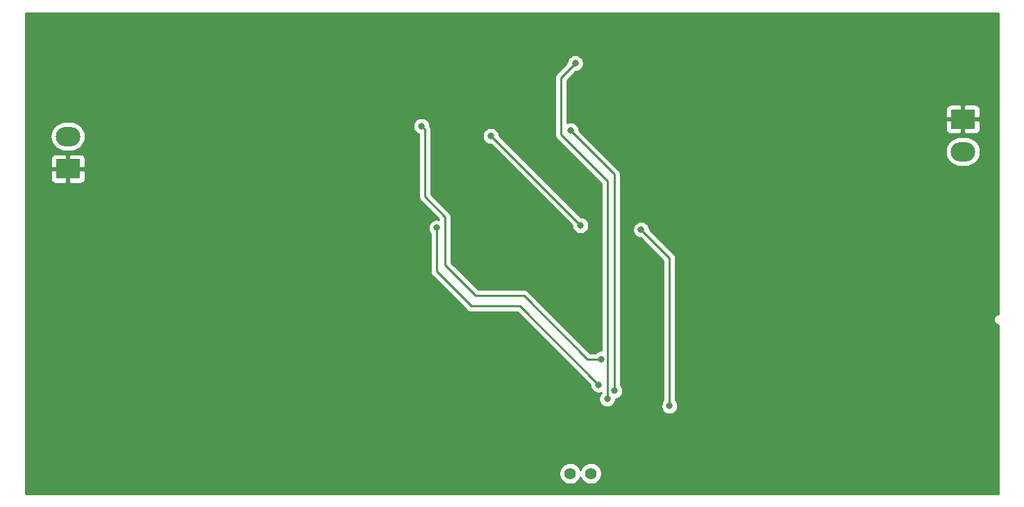
<source format=gbr>
G04 #@! TF.GenerationSoftware,KiCad,Pcbnew,(5.1.0-0)*
G04 #@! TF.CreationDate,2019-05-04T19:02:41+01:00*
G04 #@! TF.ProjectId,LTC3780,4c544333-3738-4302-9e6b-696361645f70,rev?*
G04 #@! TF.SameCoordinates,Original*
G04 #@! TF.FileFunction,Copper,L2,Bot*
G04 #@! TF.FilePolarity,Positive*
%FSLAX46Y46*%
G04 Gerber Fmt 4.6, Leading zero omitted, Abs format (unit mm)*
G04 Created by KiCad (PCBNEW (5.1.0-0)) date 2019-05-04 19:02:41*
%MOMM*%
%LPD*%
G04 APERTURE LIST*
%ADD10C,1.400000*%
%ADD11R,3.000000X2.350000*%
%ADD12O,3.000000X2.350000*%
%ADD13C,2.200000*%
%ADD14C,0.800000*%
%ADD15C,0.250000*%
%ADD16C,0.254000*%
G04 APERTURE END LIST*
D10*
X178181000Y-103852980D03*
X175641000Y-103852980D03*
D11*
X114396520Y-66667380D03*
D12*
X114396520Y-62707380D03*
D11*
X223537780Y-60609480D03*
D12*
X223537780Y-64569480D03*
D13*
X210637120Y-56032400D03*
X131292600Y-77744320D03*
D14*
X177784760Y-93118940D03*
X167779700Y-100535740D03*
X167543480Y-97571560D03*
X164429440Y-88582500D03*
X163906200Y-92415360D03*
X169560240Y-86507320D03*
X193837560Y-93761560D03*
X193802000Y-96895920D03*
X197815200Y-95351600D03*
X162681920Y-98008440D03*
X199151240Y-60446920D03*
X200764140Y-60515500D03*
X202377040Y-60540900D03*
X184617360Y-93741240D03*
X178465480Y-81968340D03*
X173448980Y-84190840D03*
X174017940Y-79496920D03*
X172676820Y-79512160D03*
X171383960Y-79512160D03*
X170045380Y-79547720D03*
X168821100Y-79562960D03*
X174066200Y-78290420D03*
X174101760Y-77081380D03*
X174083980Y-75826620D03*
X174083980Y-74569320D03*
X163908740Y-79547720D03*
X167627300Y-79532480D03*
X166453820Y-79532480D03*
X165229540Y-79547720D03*
X168341040Y-78455520D03*
X191239140Y-91059000D03*
X192740280Y-89677240D03*
X191297560Y-92417900D03*
X182727600Y-99341940D03*
X178714400Y-98320860D03*
X121947940Y-69029580D03*
X123758960Y-69057520D03*
X125562360Y-69088000D03*
X176905920Y-73568560D03*
X165963600Y-62677040D03*
X187759340Y-95603060D03*
X184302400Y-74107040D03*
X157520640Y-61452760D03*
X179438300Y-89893140D03*
X179105419Y-93019739D03*
X159354520Y-73870820D03*
X175707040Y-61991240D03*
X181058820Y-93759020D03*
X176281080Y-53784500D03*
X180169820Y-94749620D03*
D15*
X166014400Y-62677040D02*
X165963600Y-62677040D01*
X176905920Y-73568560D02*
X166014400Y-62677040D01*
X187759340Y-77563980D02*
X184302400Y-74107040D01*
X187759340Y-95603060D02*
X187759340Y-77563980D01*
X157920639Y-61852759D02*
X157920639Y-70067119D01*
X157520640Y-61452760D02*
X157920639Y-61852759D01*
X177746660Y-89893140D02*
X179438300Y-89893140D01*
X170009820Y-82156300D02*
X164099240Y-82156300D01*
X170009820Y-82156300D02*
X177746660Y-89893140D01*
X164099240Y-82156300D02*
X160384490Y-78441550D01*
X160384490Y-78441550D02*
X160384490Y-72530970D01*
X157920639Y-70067119D02*
X160384490Y-72530970D01*
X163576000Y-83428840D02*
X159354520Y-79207360D01*
X169514520Y-83428840D02*
X163576000Y-83428840D01*
X179105419Y-93019739D02*
X169514520Y-83428840D01*
X159354520Y-79207360D02*
X159354520Y-74436505D01*
X159354520Y-74436505D02*
X159354520Y-73870820D01*
X181058820Y-93193335D02*
X181058820Y-93759020D01*
X175707040Y-61991240D02*
X181058820Y-67343020D01*
X181058820Y-67343020D02*
X181058820Y-93193335D01*
X176281080Y-53784500D02*
X174531020Y-55534560D01*
X180169820Y-68158360D02*
X180169820Y-94183935D01*
X174531020Y-62519560D02*
X180169820Y-68158360D01*
X174531020Y-55534560D02*
X174531020Y-62519560D01*
X180169820Y-94183935D02*
X180169820Y-94749620D01*
D16*
G36*
X227899601Y-84402845D02*
G01*
X227784818Y-84414150D01*
X227660408Y-84451890D01*
X227545751Y-84513175D01*
X227445253Y-84595652D01*
X227362775Y-84696150D01*
X227301490Y-84810807D01*
X227263750Y-84935217D01*
X227254200Y-85032181D01*
X227254200Y-85122418D01*
X227263750Y-85219382D01*
X227301490Y-85343792D01*
X227362775Y-85458449D01*
X227445252Y-85558948D01*
X227545750Y-85641425D01*
X227660407Y-85702710D01*
X227784817Y-85740450D01*
X227899601Y-85751755D01*
X227899601Y-106355400D01*
X109219600Y-106355400D01*
X109219600Y-103721494D01*
X174306000Y-103721494D01*
X174306000Y-103984466D01*
X174357304Y-104242385D01*
X174457939Y-104485339D01*
X174604038Y-104703993D01*
X174789987Y-104889942D01*
X175008641Y-105036041D01*
X175251595Y-105136676D01*
X175509514Y-105187980D01*
X175772486Y-105187980D01*
X176030405Y-105136676D01*
X176273359Y-105036041D01*
X176492013Y-104889942D01*
X176677962Y-104703993D01*
X176824061Y-104485339D01*
X176911000Y-104275450D01*
X176997939Y-104485339D01*
X177144038Y-104703993D01*
X177329987Y-104889942D01*
X177548641Y-105036041D01*
X177791595Y-105136676D01*
X178049514Y-105187980D01*
X178312486Y-105187980D01*
X178570405Y-105136676D01*
X178813359Y-105036041D01*
X179032013Y-104889942D01*
X179217962Y-104703993D01*
X179364061Y-104485339D01*
X179464696Y-104242385D01*
X179516000Y-103984466D01*
X179516000Y-103721494D01*
X179464696Y-103463575D01*
X179364061Y-103220621D01*
X179217962Y-103001967D01*
X179032013Y-102816018D01*
X178813359Y-102669919D01*
X178570405Y-102569284D01*
X178312486Y-102517980D01*
X178049514Y-102517980D01*
X177791595Y-102569284D01*
X177548641Y-102669919D01*
X177329987Y-102816018D01*
X177144038Y-103001967D01*
X176997939Y-103220621D01*
X176911000Y-103430510D01*
X176824061Y-103220621D01*
X176677962Y-103001967D01*
X176492013Y-102816018D01*
X176273359Y-102669919D01*
X176030405Y-102569284D01*
X175772486Y-102517980D01*
X175509514Y-102517980D01*
X175251595Y-102569284D01*
X175008641Y-102669919D01*
X174789987Y-102816018D01*
X174604038Y-103001967D01*
X174457939Y-103220621D01*
X174357304Y-103463575D01*
X174306000Y-103721494D01*
X109219600Y-103721494D01*
X109219600Y-67842380D01*
X112258448Y-67842380D01*
X112270708Y-67966862D01*
X112307018Y-68086560D01*
X112365983Y-68196874D01*
X112445335Y-68293565D01*
X112542026Y-68372917D01*
X112652340Y-68431882D01*
X112772038Y-68468192D01*
X112896520Y-68480452D01*
X114110770Y-68477380D01*
X114269520Y-68318630D01*
X114269520Y-66794380D01*
X114523520Y-66794380D01*
X114523520Y-68318630D01*
X114682270Y-68477380D01*
X115896520Y-68480452D01*
X116021002Y-68468192D01*
X116140700Y-68431882D01*
X116251014Y-68372917D01*
X116347705Y-68293565D01*
X116427057Y-68196874D01*
X116486022Y-68086560D01*
X116522332Y-67966862D01*
X116534592Y-67842380D01*
X116531520Y-66953130D01*
X116372770Y-66794380D01*
X114523520Y-66794380D01*
X114269520Y-66794380D01*
X112420270Y-66794380D01*
X112261520Y-66953130D01*
X112258448Y-67842380D01*
X109219600Y-67842380D01*
X109219600Y-65492380D01*
X112258448Y-65492380D01*
X112261520Y-66381630D01*
X112420270Y-66540380D01*
X114269520Y-66540380D01*
X114269520Y-65016130D01*
X114523520Y-65016130D01*
X114523520Y-66540380D01*
X116372770Y-66540380D01*
X116531520Y-66381630D01*
X116534592Y-65492380D01*
X116522332Y-65367898D01*
X116486022Y-65248200D01*
X116427057Y-65137886D01*
X116347705Y-65041195D01*
X116251014Y-64961843D01*
X116140700Y-64902878D01*
X116021002Y-64866568D01*
X115896520Y-64854308D01*
X114682270Y-64857380D01*
X114523520Y-65016130D01*
X114269520Y-65016130D01*
X114110770Y-64857380D01*
X112896520Y-64854308D01*
X112772038Y-64866568D01*
X112652340Y-64902878D01*
X112542026Y-64961843D01*
X112445335Y-65041195D01*
X112365983Y-65137886D01*
X112307018Y-65248200D01*
X112270708Y-65367898D01*
X112258448Y-65492380D01*
X109219600Y-65492380D01*
X109219600Y-62707380D01*
X112252763Y-62707380D01*
X112287710Y-63062202D01*
X112391208Y-63403388D01*
X112559279Y-63717827D01*
X112785465Y-63993435D01*
X113061073Y-64219621D01*
X113375512Y-64387692D01*
X113716698Y-64491190D01*
X113982609Y-64517380D01*
X114810431Y-64517380D01*
X115076342Y-64491190D01*
X115417528Y-64387692D01*
X115731967Y-64219621D01*
X116007575Y-63993435D01*
X116233761Y-63717827D01*
X116401832Y-63403388D01*
X116505330Y-63062202D01*
X116540277Y-62707380D01*
X116505330Y-62352558D01*
X116401832Y-62011372D01*
X116233761Y-61696933D01*
X116007575Y-61421325D01*
X115921666Y-61350821D01*
X156485640Y-61350821D01*
X156485640Y-61554699D01*
X156525414Y-61754658D01*
X156603435Y-61943016D01*
X156716703Y-62112534D01*
X156860866Y-62256697D01*
X157030384Y-62369965D01*
X157160639Y-62423919D01*
X157160640Y-70029787D01*
X157156963Y-70067119D01*
X157171637Y-70216104D01*
X157215093Y-70359365D01*
X157285665Y-70491395D01*
X157356840Y-70578121D01*
X157380639Y-70607120D01*
X157409637Y-70630918D01*
X159624491Y-72845774D01*
X159624491Y-72869243D01*
X159456459Y-72835820D01*
X159252581Y-72835820D01*
X159052622Y-72875594D01*
X158864264Y-72953615D01*
X158694746Y-73066883D01*
X158550583Y-73211046D01*
X158437315Y-73380564D01*
X158359294Y-73568922D01*
X158319520Y-73768881D01*
X158319520Y-73972759D01*
X158359294Y-74172718D01*
X158437315Y-74361076D01*
X158550583Y-74530594D01*
X158594521Y-74574532D01*
X158594520Y-79170037D01*
X158590844Y-79207360D01*
X158594520Y-79244682D01*
X158594520Y-79244692D01*
X158605517Y-79356345D01*
X158648974Y-79499606D01*
X158719546Y-79631636D01*
X158759391Y-79680186D01*
X158814519Y-79747361D01*
X158843523Y-79771164D01*
X163012200Y-83939842D01*
X163035999Y-83968841D01*
X163151724Y-84063814D01*
X163283753Y-84134386D01*
X163427014Y-84177843D01*
X163538667Y-84188840D01*
X163538676Y-84188840D01*
X163575999Y-84192516D01*
X163613322Y-84188840D01*
X169199719Y-84188840D01*
X178070419Y-93059542D01*
X178070419Y-93121678D01*
X178110193Y-93321637D01*
X178188214Y-93509995D01*
X178301482Y-93679513D01*
X178445645Y-93823676D01*
X178615163Y-93936944D01*
X178803521Y-94014965D01*
X179003480Y-94054739D01*
X179207358Y-94054739D01*
X179407317Y-94014965D01*
X179409821Y-94013928D01*
X179409821Y-94045908D01*
X179365883Y-94089846D01*
X179252615Y-94259364D01*
X179174594Y-94447722D01*
X179134820Y-94647681D01*
X179134820Y-94851559D01*
X179174594Y-95051518D01*
X179252615Y-95239876D01*
X179365883Y-95409394D01*
X179510046Y-95553557D01*
X179679564Y-95666825D01*
X179867922Y-95744846D01*
X180067881Y-95784620D01*
X180271759Y-95784620D01*
X180471718Y-95744846D01*
X180660076Y-95666825D01*
X180829594Y-95553557D01*
X180973757Y-95409394D01*
X181087025Y-95239876D01*
X181165046Y-95051518D01*
X181204820Y-94851559D01*
X181204820Y-94785256D01*
X181360718Y-94754246D01*
X181549076Y-94676225D01*
X181718594Y-94562957D01*
X181862757Y-94418794D01*
X181976025Y-94249276D01*
X182054046Y-94060918D01*
X182093820Y-93860959D01*
X182093820Y-93657081D01*
X182054046Y-93457122D01*
X181976025Y-93268764D01*
X181862757Y-93099246D01*
X181818820Y-93055309D01*
X181818820Y-74005101D01*
X183267400Y-74005101D01*
X183267400Y-74208979D01*
X183307174Y-74408938D01*
X183385195Y-74597296D01*
X183498463Y-74766814D01*
X183642626Y-74910977D01*
X183812144Y-75024245D01*
X184000502Y-75102266D01*
X184200461Y-75142040D01*
X184262599Y-75142040D01*
X186999341Y-77878784D01*
X186999340Y-94899349D01*
X186955403Y-94943286D01*
X186842135Y-95112804D01*
X186764114Y-95301162D01*
X186724340Y-95501121D01*
X186724340Y-95704999D01*
X186764114Y-95904958D01*
X186842135Y-96093316D01*
X186955403Y-96262834D01*
X187099566Y-96406997D01*
X187269084Y-96520265D01*
X187457442Y-96598286D01*
X187657401Y-96638060D01*
X187861279Y-96638060D01*
X188061238Y-96598286D01*
X188249596Y-96520265D01*
X188419114Y-96406997D01*
X188563277Y-96262834D01*
X188676545Y-96093316D01*
X188754566Y-95904958D01*
X188794340Y-95704999D01*
X188794340Y-95501121D01*
X188754566Y-95301162D01*
X188676545Y-95112804D01*
X188563277Y-94943286D01*
X188519340Y-94899349D01*
X188519340Y-77601302D01*
X188523016Y-77563979D01*
X188519340Y-77526656D01*
X188519340Y-77526647D01*
X188508343Y-77414994D01*
X188464886Y-77271733D01*
X188394314Y-77139704D01*
X188381151Y-77123665D01*
X188323139Y-77052976D01*
X188323135Y-77052972D01*
X188299341Y-77023979D01*
X188270348Y-77000185D01*
X185337400Y-74067239D01*
X185337400Y-74005101D01*
X185297626Y-73805142D01*
X185219605Y-73616784D01*
X185106337Y-73447266D01*
X184962174Y-73303103D01*
X184792656Y-73189835D01*
X184604298Y-73111814D01*
X184404339Y-73072040D01*
X184200461Y-73072040D01*
X184000502Y-73111814D01*
X183812144Y-73189835D01*
X183642626Y-73303103D01*
X183498463Y-73447266D01*
X183385195Y-73616784D01*
X183307174Y-73805142D01*
X183267400Y-74005101D01*
X181818820Y-74005101D01*
X181818820Y-67380343D01*
X181822496Y-67343020D01*
X181818820Y-67305697D01*
X181818820Y-67305687D01*
X181807823Y-67194034D01*
X181764366Y-67050773D01*
X181693794Y-66918744D01*
X181598821Y-66803019D01*
X181569824Y-66779222D01*
X179360082Y-64569480D01*
X221394023Y-64569480D01*
X221428970Y-64924302D01*
X221532468Y-65265488D01*
X221700539Y-65579927D01*
X221926725Y-65855535D01*
X222202333Y-66081721D01*
X222516772Y-66249792D01*
X222857958Y-66353290D01*
X223123869Y-66379480D01*
X223951691Y-66379480D01*
X224217602Y-66353290D01*
X224558788Y-66249792D01*
X224873227Y-66081721D01*
X225148835Y-65855535D01*
X225375021Y-65579927D01*
X225543092Y-65265488D01*
X225646590Y-64924302D01*
X225681537Y-64569480D01*
X225646590Y-64214658D01*
X225543092Y-63873472D01*
X225375021Y-63559033D01*
X225148835Y-63283425D01*
X224873227Y-63057239D01*
X224558788Y-62889168D01*
X224217602Y-62785670D01*
X223951691Y-62759480D01*
X223123869Y-62759480D01*
X222857958Y-62785670D01*
X222516772Y-62889168D01*
X222202333Y-63057239D01*
X221926725Y-63283425D01*
X221700539Y-63559033D01*
X221532468Y-63873472D01*
X221428970Y-64214658D01*
X221394023Y-64569480D01*
X179360082Y-64569480D01*
X176742040Y-61951439D01*
X176742040Y-61889301D01*
X176721190Y-61784480D01*
X221399708Y-61784480D01*
X221411968Y-61908962D01*
X221448278Y-62028660D01*
X221507243Y-62138974D01*
X221586595Y-62235665D01*
X221683286Y-62315017D01*
X221793600Y-62373982D01*
X221913298Y-62410292D01*
X222037780Y-62422552D01*
X223252030Y-62419480D01*
X223410780Y-62260730D01*
X223410780Y-60736480D01*
X223664780Y-60736480D01*
X223664780Y-62260730D01*
X223823530Y-62419480D01*
X225037780Y-62422552D01*
X225162262Y-62410292D01*
X225281960Y-62373982D01*
X225392274Y-62315017D01*
X225488965Y-62235665D01*
X225568317Y-62138974D01*
X225627282Y-62028660D01*
X225663592Y-61908962D01*
X225675852Y-61784480D01*
X225672780Y-60895230D01*
X225514030Y-60736480D01*
X223664780Y-60736480D01*
X223410780Y-60736480D01*
X221561530Y-60736480D01*
X221402780Y-60895230D01*
X221399708Y-61784480D01*
X176721190Y-61784480D01*
X176702266Y-61689342D01*
X176624245Y-61500984D01*
X176510977Y-61331466D01*
X176366814Y-61187303D01*
X176197296Y-61074035D01*
X176008938Y-60996014D01*
X175808979Y-60956240D01*
X175605101Y-60956240D01*
X175405142Y-60996014D01*
X175291020Y-61043285D01*
X175291020Y-59434480D01*
X221399708Y-59434480D01*
X221402780Y-60323730D01*
X221561530Y-60482480D01*
X223410780Y-60482480D01*
X223410780Y-58958230D01*
X223664780Y-58958230D01*
X223664780Y-60482480D01*
X225514030Y-60482480D01*
X225672780Y-60323730D01*
X225675852Y-59434480D01*
X225663592Y-59309998D01*
X225627282Y-59190300D01*
X225568317Y-59079986D01*
X225488965Y-58983295D01*
X225392274Y-58903943D01*
X225281960Y-58844978D01*
X225162262Y-58808668D01*
X225037780Y-58796408D01*
X223823530Y-58799480D01*
X223664780Y-58958230D01*
X223410780Y-58958230D01*
X223252030Y-58799480D01*
X222037780Y-58796408D01*
X221913298Y-58808668D01*
X221793600Y-58844978D01*
X221683286Y-58903943D01*
X221586595Y-58983295D01*
X221507243Y-59079986D01*
X221448278Y-59190300D01*
X221411968Y-59309998D01*
X221399708Y-59434480D01*
X175291020Y-59434480D01*
X175291020Y-55849361D01*
X176320882Y-54819500D01*
X176383019Y-54819500D01*
X176582978Y-54779726D01*
X176771336Y-54701705D01*
X176940854Y-54588437D01*
X177085017Y-54444274D01*
X177198285Y-54274756D01*
X177276306Y-54086398D01*
X177316080Y-53886439D01*
X177316080Y-53682561D01*
X177276306Y-53482602D01*
X177198285Y-53294244D01*
X177085017Y-53124726D01*
X176940854Y-52980563D01*
X176771336Y-52867295D01*
X176582978Y-52789274D01*
X176383019Y-52749500D01*
X176179141Y-52749500D01*
X175979182Y-52789274D01*
X175790824Y-52867295D01*
X175621306Y-52980563D01*
X175477143Y-53124726D01*
X175363875Y-53294244D01*
X175285854Y-53482602D01*
X175246080Y-53682561D01*
X175246080Y-53744698D01*
X174020023Y-54970756D01*
X173991019Y-54994559D01*
X173935891Y-55061734D01*
X173896046Y-55110284D01*
X173825475Y-55242313D01*
X173825474Y-55242314D01*
X173782017Y-55385575D01*
X173771020Y-55497228D01*
X173771020Y-55497238D01*
X173767344Y-55534560D01*
X173771020Y-55571883D01*
X173771021Y-62482228D01*
X173767344Y-62519560D01*
X173771021Y-62556893D01*
X173776886Y-62616435D01*
X173782018Y-62668545D01*
X173825474Y-62811806D01*
X173896046Y-62943836D01*
X173963674Y-63026240D01*
X173991020Y-63059561D01*
X174020018Y-63083359D01*
X179409820Y-68473163D01*
X179409821Y-88858140D01*
X179336361Y-88858140D01*
X179136402Y-88897914D01*
X178948044Y-88975935D01*
X178778526Y-89089203D01*
X178734589Y-89133140D01*
X178061462Y-89133140D01*
X170573624Y-81645303D01*
X170549821Y-81616299D01*
X170434096Y-81521326D01*
X170302067Y-81450754D01*
X170158806Y-81407297D01*
X170047153Y-81396300D01*
X170047142Y-81396300D01*
X170009820Y-81392624D01*
X169972498Y-81396300D01*
X164414042Y-81396300D01*
X161144490Y-78126749D01*
X161144490Y-72568292D01*
X161148166Y-72530969D01*
X161144490Y-72493646D01*
X161144490Y-72493637D01*
X161133493Y-72381984D01*
X161090036Y-72238723D01*
X161019464Y-72106694D01*
X161006301Y-72090655D01*
X160948289Y-72019966D01*
X160948285Y-72019962D01*
X160924491Y-71990969D01*
X160895498Y-71967175D01*
X158680639Y-69752318D01*
X158680639Y-62575101D01*
X164928600Y-62575101D01*
X164928600Y-62778979D01*
X164968374Y-62978938D01*
X165046395Y-63167296D01*
X165159663Y-63336814D01*
X165303826Y-63480977D01*
X165473344Y-63594245D01*
X165661702Y-63672266D01*
X165861661Y-63712040D01*
X165974599Y-63712040D01*
X175870920Y-73608362D01*
X175870920Y-73670499D01*
X175910694Y-73870458D01*
X175988715Y-74058816D01*
X176101983Y-74228334D01*
X176246146Y-74372497D01*
X176415664Y-74485765D01*
X176604022Y-74563786D01*
X176803981Y-74603560D01*
X177007859Y-74603560D01*
X177207818Y-74563786D01*
X177396176Y-74485765D01*
X177565694Y-74372497D01*
X177709857Y-74228334D01*
X177823125Y-74058816D01*
X177901146Y-73870458D01*
X177940920Y-73670499D01*
X177940920Y-73466621D01*
X177901146Y-73266662D01*
X177823125Y-73078304D01*
X177709857Y-72908786D01*
X177565694Y-72764623D01*
X177396176Y-72651355D01*
X177207818Y-72573334D01*
X177007859Y-72533560D01*
X176945722Y-72533560D01*
X166998600Y-62586439D01*
X166998600Y-62575101D01*
X166958826Y-62375142D01*
X166880805Y-62186784D01*
X166767537Y-62017266D01*
X166623374Y-61873103D01*
X166453856Y-61759835D01*
X166265498Y-61681814D01*
X166065539Y-61642040D01*
X165861661Y-61642040D01*
X165661702Y-61681814D01*
X165473344Y-61759835D01*
X165303826Y-61873103D01*
X165159663Y-62017266D01*
X165046395Y-62186784D01*
X164968374Y-62375142D01*
X164928600Y-62575101D01*
X158680639Y-62575101D01*
X158680639Y-61890081D01*
X158684315Y-61852758D01*
X158680639Y-61815436D01*
X158680639Y-61815426D01*
X158669642Y-61703773D01*
X158626185Y-61560512D01*
X158555640Y-61428534D01*
X158555640Y-61350821D01*
X158515866Y-61150862D01*
X158437845Y-60962504D01*
X158324577Y-60792986D01*
X158180414Y-60648823D01*
X158010896Y-60535555D01*
X157822538Y-60457534D01*
X157622579Y-60417760D01*
X157418701Y-60417760D01*
X157218742Y-60457534D01*
X157030384Y-60535555D01*
X156860866Y-60648823D01*
X156716703Y-60792986D01*
X156603435Y-60962504D01*
X156525414Y-61150862D01*
X156485640Y-61350821D01*
X115921666Y-61350821D01*
X115731967Y-61195139D01*
X115417528Y-61027068D01*
X115076342Y-60923570D01*
X114810431Y-60897380D01*
X113982609Y-60897380D01*
X113716698Y-60923570D01*
X113375512Y-61027068D01*
X113061073Y-61195139D01*
X112785465Y-61421325D01*
X112559279Y-61696933D01*
X112391208Y-62011372D01*
X112287710Y-62352558D01*
X112252763Y-62707380D01*
X109219600Y-62707380D01*
X109219600Y-47675400D01*
X227899600Y-47675400D01*
X227899601Y-84402845D01*
X227899601Y-84402845D01*
G37*
X227899601Y-84402845D02*
X227784818Y-84414150D01*
X227660408Y-84451890D01*
X227545751Y-84513175D01*
X227445253Y-84595652D01*
X227362775Y-84696150D01*
X227301490Y-84810807D01*
X227263750Y-84935217D01*
X227254200Y-85032181D01*
X227254200Y-85122418D01*
X227263750Y-85219382D01*
X227301490Y-85343792D01*
X227362775Y-85458449D01*
X227445252Y-85558948D01*
X227545750Y-85641425D01*
X227660407Y-85702710D01*
X227784817Y-85740450D01*
X227899601Y-85751755D01*
X227899601Y-106355400D01*
X109219600Y-106355400D01*
X109219600Y-103721494D01*
X174306000Y-103721494D01*
X174306000Y-103984466D01*
X174357304Y-104242385D01*
X174457939Y-104485339D01*
X174604038Y-104703993D01*
X174789987Y-104889942D01*
X175008641Y-105036041D01*
X175251595Y-105136676D01*
X175509514Y-105187980D01*
X175772486Y-105187980D01*
X176030405Y-105136676D01*
X176273359Y-105036041D01*
X176492013Y-104889942D01*
X176677962Y-104703993D01*
X176824061Y-104485339D01*
X176911000Y-104275450D01*
X176997939Y-104485339D01*
X177144038Y-104703993D01*
X177329987Y-104889942D01*
X177548641Y-105036041D01*
X177791595Y-105136676D01*
X178049514Y-105187980D01*
X178312486Y-105187980D01*
X178570405Y-105136676D01*
X178813359Y-105036041D01*
X179032013Y-104889942D01*
X179217962Y-104703993D01*
X179364061Y-104485339D01*
X179464696Y-104242385D01*
X179516000Y-103984466D01*
X179516000Y-103721494D01*
X179464696Y-103463575D01*
X179364061Y-103220621D01*
X179217962Y-103001967D01*
X179032013Y-102816018D01*
X178813359Y-102669919D01*
X178570405Y-102569284D01*
X178312486Y-102517980D01*
X178049514Y-102517980D01*
X177791595Y-102569284D01*
X177548641Y-102669919D01*
X177329987Y-102816018D01*
X177144038Y-103001967D01*
X176997939Y-103220621D01*
X176911000Y-103430510D01*
X176824061Y-103220621D01*
X176677962Y-103001967D01*
X176492013Y-102816018D01*
X176273359Y-102669919D01*
X176030405Y-102569284D01*
X175772486Y-102517980D01*
X175509514Y-102517980D01*
X175251595Y-102569284D01*
X175008641Y-102669919D01*
X174789987Y-102816018D01*
X174604038Y-103001967D01*
X174457939Y-103220621D01*
X174357304Y-103463575D01*
X174306000Y-103721494D01*
X109219600Y-103721494D01*
X109219600Y-67842380D01*
X112258448Y-67842380D01*
X112270708Y-67966862D01*
X112307018Y-68086560D01*
X112365983Y-68196874D01*
X112445335Y-68293565D01*
X112542026Y-68372917D01*
X112652340Y-68431882D01*
X112772038Y-68468192D01*
X112896520Y-68480452D01*
X114110770Y-68477380D01*
X114269520Y-68318630D01*
X114269520Y-66794380D01*
X114523520Y-66794380D01*
X114523520Y-68318630D01*
X114682270Y-68477380D01*
X115896520Y-68480452D01*
X116021002Y-68468192D01*
X116140700Y-68431882D01*
X116251014Y-68372917D01*
X116347705Y-68293565D01*
X116427057Y-68196874D01*
X116486022Y-68086560D01*
X116522332Y-67966862D01*
X116534592Y-67842380D01*
X116531520Y-66953130D01*
X116372770Y-66794380D01*
X114523520Y-66794380D01*
X114269520Y-66794380D01*
X112420270Y-66794380D01*
X112261520Y-66953130D01*
X112258448Y-67842380D01*
X109219600Y-67842380D01*
X109219600Y-65492380D01*
X112258448Y-65492380D01*
X112261520Y-66381630D01*
X112420270Y-66540380D01*
X114269520Y-66540380D01*
X114269520Y-65016130D01*
X114523520Y-65016130D01*
X114523520Y-66540380D01*
X116372770Y-66540380D01*
X116531520Y-66381630D01*
X116534592Y-65492380D01*
X116522332Y-65367898D01*
X116486022Y-65248200D01*
X116427057Y-65137886D01*
X116347705Y-65041195D01*
X116251014Y-64961843D01*
X116140700Y-64902878D01*
X116021002Y-64866568D01*
X115896520Y-64854308D01*
X114682270Y-64857380D01*
X114523520Y-65016130D01*
X114269520Y-65016130D01*
X114110770Y-64857380D01*
X112896520Y-64854308D01*
X112772038Y-64866568D01*
X112652340Y-64902878D01*
X112542026Y-64961843D01*
X112445335Y-65041195D01*
X112365983Y-65137886D01*
X112307018Y-65248200D01*
X112270708Y-65367898D01*
X112258448Y-65492380D01*
X109219600Y-65492380D01*
X109219600Y-62707380D01*
X112252763Y-62707380D01*
X112287710Y-63062202D01*
X112391208Y-63403388D01*
X112559279Y-63717827D01*
X112785465Y-63993435D01*
X113061073Y-64219621D01*
X113375512Y-64387692D01*
X113716698Y-64491190D01*
X113982609Y-64517380D01*
X114810431Y-64517380D01*
X115076342Y-64491190D01*
X115417528Y-64387692D01*
X115731967Y-64219621D01*
X116007575Y-63993435D01*
X116233761Y-63717827D01*
X116401832Y-63403388D01*
X116505330Y-63062202D01*
X116540277Y-62707380D01*
X116505330Y-62352558D01*
X116401832Y-62011372D01*
X116233761Y-61696933D01*
X116007575Y-61421325D01*
X115921666Y-61350821D01*
X156485640Y-61350821D01*
X156485640Y-61554699D01*
X156525414Y-61754658D01*
X156603435Y-61943016D01*
X156716703Y-62112534D01*
X156860866Y-62256697D01*
X157030384Y-62369965D01*
X157160639Y-62423919D01*
X157160640Y-70029787D01*
X157156963Y-70067119D01*
X157171637Y-70216104D01*
X157215093Y-70359365D01*
X157285665Y-70491395D01*
X157356840Y-70578121D01*
X157380639Y-70607120D01*
X157409637Y-70630918D01*
X159624491Y-72845774D01*
X159624491Y-72869243D01*
X159456459Y-72835820D01*
X159252581Y-72835820D01*
X159052622Y-72875594D01*
X158864264Y-72953615D01*
X158694746Y-73066883D01*
X158550583Y-73211046D01*
X158437315Y-73380564D01*
X158359294Y-73568922D01*
X158319520Y-73768881D01*
X158319520Y-73972759D01*
X158359294Y-74172718D01*
X158437315Y-74361076D01*
X158550583Y-74530594D01*
X158594521Y-74574532D01*
X158594520Y-79170037D01*
X158590844Y-79207360D01*
X158594520Y-79244682D01*
X158594520Y-79244692D01*
X158605517Y-79356345D01*
X158648974Y-79499606D01*
X158719546Y-79631636D01*
X158759391Y-79680186D01*
X158814519Y-79747361D01*
X158843523Y-79771164D01*
X163012200Y-83939842D01*
X163035999Y-83968841D01*
X163151724Y-84063814D01*
X163283753Y-84134386D01*
X163427014Y-84177843D01*
X163538667Y-84188840D01*
X163538676Y-84188840D01*
X163575999Y-84192516D01*
X163613322Y-84188840D01*
X169199719Y-84188840D01*
X178070419Y-93059542D01*
X178070419Y-93121678D01*
X178110193Y-93321637D01*
X178188214Y-93509995D01*
X178301482Y-93679513D01*
X178445645Y-93823676D01*
X178615163Y-93936944D01*
X178803521Y-94014965D01*
X179003480Y-94054739D01*
X179207358Y-94054739D01*
X179407317Y-94014965D01*
X179409821Y-94013928D01*
X179409821Y-94045908D01*
X179365883Y-94089846D01*
X179252615Y-94259364D01*
X179174594Y-94447722D01*
X179134820Y-94647681D01*
X179134820Y-94851559D01*
X179174594Y-95051518D01*
X179252615Y-95239876D01*
X179365883Y-95409394D01*
X179510046Y-95553557D01*
X179679564Y-95666825D01*
X179867922Y-95744846D01*
X180067881Y-95784620D01*
X180271759Y-95784620D01*
X180471718Y-95744846D01*
X180660076Y-95666825D01*
X180829594Y-95553557D01*
X180973757Y-95409394D01*
X181087025Y-95239876D01*
X181165046Y-95051518D01*
X181204820Y-94851559D01*
X181204820Y-94785256D01*
X181360718Y-94754246D01*
X181549076Y-94676225D01*
X181718594Y-94562957D01*
X181862757Y-94418794D01*
X181976025Y-94249276D01*
X182054046Y-94060918D01*
X182093820Y-93860959D01*
X182093820Y-93657081D01*
X182054046Y-93457122D01*
X181976025Y-93268764D01*
X181862757Y-93099246D01*
X181818820Y-93055309D01*
X181818820Y-74005101D01*
X183267400Y-74005101D01*
X183267400Y-74208979D01*
X183307174Y-74408938D01*
X183385195Y-74597296D01*
X183498463Y-74766814D01*
X183642626Y-74910977D01*
X183812144Y-75024245D01*
X184000502Y-75102266D01*
X184200461Y-75142040D01*
X184262599Y-75142040D01*
X186999341Y-77878784D01*
X186999340Y-94899349D01*
X186955403Y-94943286D01*
X186842135Y-95112804D01*
X186764114Y-95301162D01*
X186724340Y-95501121D01*
X186724340Y-95704999D01*
X186764114Y-95904958D01*
X186842135Y-96093316D01*
X186955403Y-96262834D01*
X187099566Y-96406997D01*
X187269084Y-96520265D01*
X187457442Y-96598286D01*
X187657401Y-96638060D01*
X187861279Y-96638060D01*
X188061238Y-96598286D01*
X188249596Y-96520265D01*
X188419114Y-96406997D01*
X188563277Y-96262834D01*
X188676545Y-96093316D01*
X188754566Y-95904958D01*
X188794340Y-95704999D01*
X188794340Y-95501121D01*
X188754566Y-95301162D01*
X188676545Y-95112804D01*
X188563277Y-94943286D01*
X188519340Y-94899349D01*
X188519340Y-77601302D01*
X188523016Y-77563979D01*
X188519340Y-77526656D01*
X188519340Y-77526647D01*
X188508343Y-77414994D01*
X188464886Y-77271733D01*
X188394314Y-77139704D01*
X188381151Y-77123665D01*
X188323139Y-77052976D01*
X188323135Y-77052972D01*
X188299341Y-77023979D01*
X188270348Y-77000185D01*
X185337400Y-74067239D01*
X185337400Y-74005101D01*
X185297626Y-73805142D01*
X185219605Y-73616784D01*
X185106337Y-73447266D01*
X184962174Y-73303103D01*
X184792656Y-73189835D01*
X184604298Y-73111814D01*
X184404339Y-73072040D01*
X184200461Y-73072040D01*
X184000502Y-73111814D01*
X183812144Y-73189835D01*
X183642626Y-73303103D01*
X183498463Y-73447266D01*
X183385195Y-73616784D01*
X183307174Y-73805142D01*
X183267400Y-74005101D01*
X181818820Y-74005101D01*
X181818820Y-67380343D01*
X181822496Y-67343020D01*
X181818820Y-67305697D01*
X181818820Y-67305687D01*
X181807823Y-67194034D01*
X181764366Y-67050773D01*
X181693794Y-66918744D01*
X181598821Y-66803019D01*
X181569824Y-66779222D01*
X179360082Y-64569480D01*
X221394023Y-64569480D01*
X221428970Y-64924302D01*
X221532468Y-65265488D01*
X221700539Y-65579927D01*
X221926725Y-65855535D01*
X222202333Y-66081721D01*
X222516772Y-66249792D01*
X222857958Y-66353290D01*
X223123869Y-66379480D01*
X223951691Y-66379480D01*
X224217602Y-66353290D01*
X224558788Y-66249792D01*
X224873227Y-66081721D01*
X225148835Y-65855535D01*
X225375021Y-65579927D01*
X225543092Y-65265488D01*
X225646590Y-64924302D01*
X225681537Y-64569480D01*
X225646590Y-64214658D01*
X225543092Y-63873472D01*
X225375021Y-63559033D01*
X225148835Y-63283425D01*
X224873227Y-63057239D01*
X224558788Y-62889168D01*
X224217602Y-62785670D01*
X223951691Y-62759480D01*
X223123869Y-62759480D01*
X222857958Y-62785670D01*
X222516772Y-62889168D01*
X222202333Y-63057239D01*
X221926725Y-63283425D01*
X221700539Y-63559033D01*
X221532468Y-63873472D01*
X221428970Y-64214658D01*
X221394023Y-64569480D01*
X179360082Y-64569480D01*
X176742040Y-61951439D01*
X176742040Y-61889301D01*
X176721190Y-61784480D01*
X221399708Y-61784480D01*
X221411968Y-61908962D01*
X221448278Y-62028660D01*
X221507243Y-62138974D01*
X221586595Y-62235665D01*
X221683286Y-62315017D01*
X221793600Y-62373982D01*
X221913298Y-62410292D01*
X222037780Y-62422552D01*
X223252030Y-62419480D01*
X223410780Y-62260730D01*
X223410780Y-60736480D01*
X223664780Y-60736480D01*
X223664780Y-62260730D01*
X223823530Y-62419480D01*
X225037780Y-62422552D01*
X225162262Y-62410292D01*
X225281960Y-62373982D01*
X225392274Y-62315017D01*
X225488965Y-62235665D01*
X225568317Y-62138974D01*
X225627282Y-62028660D01*
X225663592Y-61908962D01*
X225675852Y-61784480D01*
X225672780Y-60895230D01*
X225514030Y-60736480D01*
X223664780Y-60736480D01*
X223410780Y-60736480D01*
X221561530Y-60736480D01*
X221402780Y-60895230D01*
X221399708Y-61784480D01*
X176721190Y-61784480D01*
X176702266Y-61689342D01*
X176624245Y-61500984D01*
X176510977Y-61331466D01*
X176366814Y-61187303D01*
X176197296Y-61074035D01*
X176008938Y-60996014D01*
X175808979Y-60956240D01*
X175605101Y-60956240D01*
X175405142Y-60996014D01*
X175291020Y-61043285D01*
X175291020Y-59434480D01*
X221399708Y-59434480D01*
X221402780Y-60323730D01*
X221561530Y-60482480D01*
X223410780Y-60482480D01*
X223410780Y-58958230D01*
X223664780Y-58958230D01*
X223664780Y-60482480D01*
X225514030Y-60482480D01*
X225672780Y-60323730D01*
X225675852Y-59434480D01*
X225663592Y-59309998D01*
X225627282Y-59190300D01*
X225568317Y-59079986D01*
X225488965Y-58983295D01*
X225392274Y-58903943D01*
X225281960Y-58844978D01*
X225162262Y-58808668D01*
X225037780Y-58796408D01*
X223823530Y-58799480D01*
X223664780Y-58958230D01*
X223410780Y-58958230D01*
X223252030Y-58799480D01*
X222037780Y-58796408D01*
X221913298Y-58808668D01*
X221793600Y-58844978D01*
X221683286Y-58903943D01*
X221586595Y-58983295D01*
X221507243Y-59079986D01*
X221448278Y-59190300D01*
X221411968Y-59309998D01*
X221399708Y-59434480D01*
X175291020Y-59434480D01*
X175291020Y-55849361D01*
X176320882Y-54819500D01*
X176383019Y-54819500D01*
X176582978Y-54779726D01*
X176771336Y-54701705D01*
X176940854Y-54588437D01*
X177085017Y-54444274D01*
X177198285Y-54274756D01*
X177276306Y-54086398D01*
X177316080Y-53886439D01*
X177316080Y-53682561D01*
X177276306Y-53482602D01*
X177198285Y-53294244D01*
X177085017Y-53124726D01*
X176940854Y-52980563D01*
X176771336Y-52867295D01*
X176582978Y-52789274D01*
X176383019Y-52749500D01*
X176179141Y-52749500D01*
X175979182Y-52789274D01*
X175790824Y-52867295D01*
X175621306Y-52980563D01*
X175477143Y-53124726D01*
X175363875Y-53294244D01*
X175285854Y-53482602D01*
X175246080Y-53682561D01*
X175246080Y-53744698D01*
X174020023Y-54970756D01*
X173991019Y-54994559D01*
X173935891Y-55061734D01*
X173896046Y-55110284D01*
X173825475Y-55242313D01*
X173825474Y-55242314D01*
X173782017Y-55385575D01*
X173771020Y-55497228D01*
X173771020Y-55497238D01*
X173767344Y-55534560D01*
X173771020Y-55571883D01*
X173771021Y-62482228D01*
X173767344Y-62519560D01*
X173771021Y-62556893D01*
X173776886Y-62616435D01*
X173782018Y-62668545D01*
X173825474Y-62811806D01*
X173896046Y-62943836D01*
X173963674Y-63026240D01*
X173991020Y-63059561D01*
X174020018Y-63083359D01*
X179409820Y-68473163D01*
X179409821Y-88858140D01*
X179336361Y-88858140D01*
X179136402Y-88897914D01*
X178948044Y-88975935D01*
X178778526Y-89089203D01*
X178734589Y-89133140D01*
X178061462Y-89133140D01*
X170573624Y-81645303D01*
X170549821Y-81616299D01*
X170434096Y-81521326D01*
X170302067Y-81450754D01*
X170158806Y-81407297D01*
X170047153Y-81396300D01*
X170047142Y-81396300D01*
X170009820Y-81392624D01*
X169972498Y-81396300D01*
X164414042Y-81396300D01*
X161144490Y-78126749D01*
X161144490Y-72568292D01*
X161148166Y-72530969D01*
X161144490Y-72493646D01*
X161144490Y-72493637D01*
X161133493Y-72381984D01*
X161090036Y-72238723D01*
X161019464Y-72106694D01*
X161006301Y-72090655D01*
X160948289Y-72019966D01*
X160948285Y-72019962D01*
X160924491Y-71990969D01*
X160895498Y-71967175D01*
X158680639Y-69752318D01*
X158680639Y-62575101D01*
X164928600Y-62575101D01*
X164928600Y-62778979D01*
X164968374Y-62978938D01*
X165046395Y-63167296D01*
X165159663Y-63336814D01*
X165303826Y-63480977D01*
X165473344Y-63594245D01*
X165661702Y-63672266D01*
X165861661Y-63712040D01*
X165974599Y-63712040D01*
X175870920Y-73608362D01*
X175870920Y-73670499D01*
X175910694Y-73870458D01*
X175988715Y-74058816D01*
X176101983Y-74228334D01*
X176246146Y-74372497D01*
X176415664Y-74485765D01*
X176604022Y-74563786D01*
X176803981Y-74603560D01*
X177007859Y-74603560D01*
X177207818Y-74563786D01*
X177396176Y-74485765D01*
X177565694Y-74372497D01*
X177709857Y-74228334D01*
X177823125Y-74058816D01*
X177901146Y-73870458D01*
X177940920Y-73670499D01*
X177940920Y-73466621D01*
X177901146Y-73266662D01*
X177823125Y-73078304D01*
X177709857Y-72908786D01*
X177565694Y-72764623D01*
X177396176Y-72651355D01*
X177207818Y-72573334D01*
X177007859Y-72533560D01*
X176945722Y-72533560D01*
X166998600Y-62586439D01*
X166998600Y-62575101D01*
X166958826Y-62375142D01*
X166880805Y-62186784D01*
X166767537Y-62017266D01*
X166623374Y-61873103D01*
X166453856Y-61759835D01*
X166265498Y-61681814D01*
X166065539Y-61642040D01*
X165861661Y-61642040D01*
X165661702Y-61681814D01*
X165473344Y-61759835D01*
X165303826Y-61873103D01*
X165159663Y-62017266D01*
X165046395Y-62186784D01*
X164968374Y-62375142D01*
X164928600Y-62575101D01*
X158680639Y-62575101D01*
X158680639Y-61890081D01*
X158684315Y-61852758D01*
X158680639Y-61815436D01*
X158680639Y-61815426D01*
X158669642Y-61703773D01*
X158626185Y-61560512D01*
X158555640Y-61428534D01*
X158555640Y-61350821D01*
X158515866Y-61150862D01*
X158437845Y-60962504D01*
X158324577Y-60792986D01*
X158180414Y-60648823D01*
X158010896Y-60535555D01*
X157822538Y-60457534D01*
X157622579Y-60417760D01*
X157418701Y-60417760D01*
X157218742Y-60457534D01*
X157030384Y-60535555D01*
X156860866Y-60648823D01*
X156716703Y-60792986D01*
X156603435Y-60962504D01*
X156525414Y-61150862D01*
X156485640Y-61350821D01*
X115921666Y-61350821D01*
X115731967Y-61195139D01*
X115417528Y-61027068D01*
X115076342Y-60923570D01*
X114810431Y-60897380D01*
X113982609Y-60897380D01*
X113716698Y-60923570D01*
X113375512Y-61027068D01*
X113061073Y-61195139D01*
X112785465Y-61421325D01*
X112559279Y-61696933D01*
X112391208Y-62011372D01*
X112287710Y-62352558D01*
X112252763Y-62707380D01*
X109219600Y-62707380D01*
X109219600Y-47675400D01*
X227899600Y-47675400D01*
X227899601Y-84402845D01*
M02*

</source>
